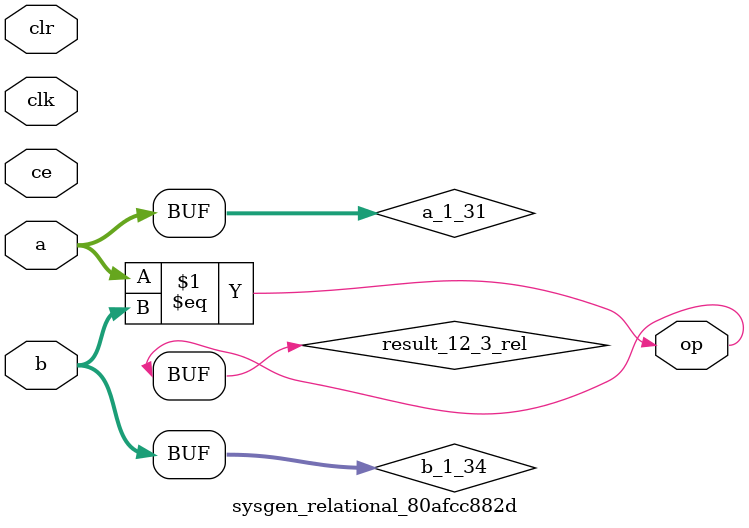
<source format=v>
module sysgen_relational_80afcc882d (
  input [(2 - 1):0] a,
  input [(2 - 1):0] b,
  output [(1 - 1):0] op,
  input clk,
  input ce,
  input clr);
  wire [(2 - 1):0] a_1_31;
  wire [(2 - 1):0] b_1_34;
  localparam [(1 - 1):0] const_value = 1'b1;
  wire result_12_3_rel;
  assign a_1_31 = a;
  assign b_1_34 = b;
  assign result_12_3_rel = a_1_31 == b_1_34;
  assign op = result_12_3_rel;
endmodule
</source>
